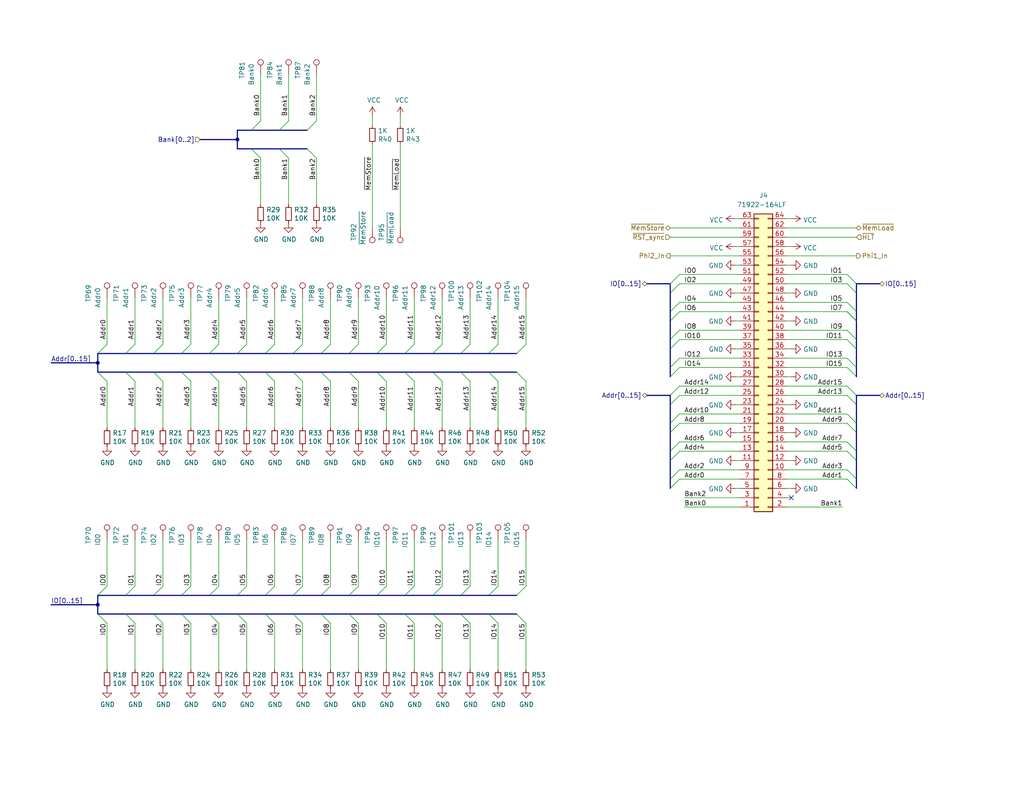
<source format=kicad_sch>
(kicad_sch (version 20250114) (generator "eeschema") (generator_version "9.0")
  (paper "USLetter")
  (title_block (title "System Bus Connector") (date "2023-11-25") (rev "A") (comment 4 "Peripheral devices on separate boards connect to the system bus here."))
  (junction (at 26.67 165.1))
  (junction (at 64.77 38.1))
  (junction (at 26.67 99.06))
  (no_connect (at 215.9 135.89))
  (bus_entry (at 86.36 43.18) (size -2.54 -2.54))
  (bus_entry (at 128.27 160.02) (size -2.54 2.54))
  (bus_entry (at 59.69 160.02) (size -2.54 2.54))
  (bus_entry (at 135.89 170.18) (size -2.54 -2.54))
  (bus_entry (at 185.42 97.79) (size -2.54 2.54))
  (bus_entry (at 231.14 74.93) (size 2.54 2.54))
  (bus_entry (at 71.12 43.18) (size -2.54 -2.54))
  (bus_entry (at 233.68 125.73) (size -2.54 -2.54))
  (bus_entry (at 185.42 105.41) (size -2.54 2.54))
  (bus_entry (at 78.74 33.02) (size -2.54 2.54))
  (bus_entry (at 90.17 93.98) (size -2.54 2.54))
  (bus_entry (at 233.68 115.57) (size -2.54 -2.54))
  (bus_entry (at 185.42 77.47) (size -2.54 2.54))
  (bus_entry (at 185.42 128.27) (size -2.54 2.54))
  (bus_entry (at 82.55 104.14) (size -2.54 -2.54))
  (bus_entry (at 82.55 93.98) (size -2.54 2.54))
  (bus_entry (at 135.89 93.98) (size -2.54 2.54))
  (bus_entry (at 105.41 160.02) (size -2.54 2.54))
  (bus_entry (at 52.07 170.18) (size -2.54 -2.54))
  (bus_entry (at 36.83 104.14) (size -2.54 -2.54))
  (bus_entry (at 90.17 160.02) (size -2.54 2.54))
  (bus_entry (at 29.21 104.14) (size -2.54 -2.54))
  (bus_entry (at 233.68 118.11) (size -2.54 -2.54))
  (bus_entry (at 97.79 104.14) (size -2.54 -2.54))
  (bus_entry (at 78.74 43.18) (size -2.54 -2.54))
  (bus_entry (at 113.03 160.02) (size -2.54 2.54))
  (bus_entry (at 135.89 104.14) (size -2.54 -2.54))
  (bus_entry (at 97.79 170.18) (size -2.54 -2.54))
  (bus_entry (at 231.14 85.09) (size 2.54 2.54))
  (bus_entry (at 52.07 104.14) (size -2.54 -2.54))
  (bus_entry (at 67.31 160.02) (size -2.54 2.54))
  (bus_entry (at 44.45 104.14) (size -2.54 -2.54))
  (bus_entry (at 44.45 93.98) (size -2.54 2.54))
  (bus_entry (at 67.31 93.98) (size -2.54 2.54))
  (bus_entry (at 97.79 93.98) (size -2.54 2.54))
  (bus_entry (at 29.21 93.98) (size -2.54 2.54))
  (bus_entry (at 113.03 170.18) (size -2.54 -2.54))
  (bus_entry (at 44.45 160.02) (size -2.54 2.54))
  (bus_entry (at 185.42 82.55) (size -2.54 2.54))
  (bus_entry (at 128.27 104.14) (size -2.54 -2.54))
  (bus_entry (at 29.21 160.02) (size -2.54 2.54))
  (bus_entry (at 71.12 33.02) (size -2.54 2.54))
  (bus_entry (at 233.68 130.81) (size -2.54 -2.54))
  (bus_entry (at 231.14 85.09) (size 2.54 2.54))
  (bus_entry (at 233.68 110.49) (size -2.54 -2.54))
  (bus_entry (at 36.83 160.02) (size -2.54 2.54))
  (bus_entry (at 231.14 97.79) (size 2.54 2.54))
  (bus_entry (at 185.42 130.81) (size -2.54 2.54))
  (bus_entry (at 74.93 93.98) (size -2.54 2.54))
  (bus_entry (at 185.42 107.95) (size -2.54 2.54))
  (bus_entry (at 143.51 160.02) (size -2.54 2.54))
  (bus_entry (at 59.69 104.14) (size -2.54 -2.54))
  (bus_entry (at 185.42 100.33) (size -2.54 2.54))
  (bus_entry (at 231.14 82.55) (size 2.54 2.54))
  (bus_entry (at 52.07 93.98) (size -2.54 2.54))
  (bus_entry (at 143.51 93.98) (size -2.54 2.54))
  (bus_entry (at 120.65 160.02) (size -2.54 2.54))
  (bus_entry (at 231.14 90.17) (size 2.54 2.54))
  (bus_entry (at 185.42 113.03) (size -2.54 2.54))
  (bus_entry (at 185.42 92.71) (size -2.54 2.54))
  (bus_entry (at 59.69 93.98) (size -2.54 2.54))
  (bus_entry (at 97.79 160.02) (size -2.54 2.54))
  (bus_entry (at 143.51 170.18) (size -2.54 -2.54))
  (bus_entry (at 185.42 120.65) (size -2.54 2.54))
  (bus_entry (at 74.93 104.14) (size -2.54 -2.54))
  (bus_entry (at 90.17 170.18) (size -2.54 -2.54))
  (bus_entry (at 86.36 33.02) (size -2.54 2.54))
  (bus_entry (at 105.41 104.14) (size -2.54 -2.54))
  (bus_entry (at 233.68 133.35) (size -2.54 -2.54))
  (bus_entry (at 82.55 170.18) (size -2.54 -2.54))
  (bus_entry (at 82.55 160.02) (size -2.54 2.54))
  (bus_entry (at 67.31 104.14) (size -2.54 -2.54))
  (bus_entry (at 128.27 170.18) (size -2.54 -2.54))
  (bus_entry (at 59.69 170.18) (size -2.54 -2.54))
  (bus_entry (at 120.65 104.14) (size -2.54 -2.54))
  (bus_entry (at 231.14 100.33) (size 2.54 2.54))
  (bus_entry (at 44.45 170.18) (size -2.54 -2.54))
  (bus_entry (at 233.68 107.95) (size -2.54 -2.54))
  (bus_entry (at 105.41 170.18) (size -2.54 -2.54))
  (bus_entry (at 185.42 90.17) (size -2.54 2.54))
  (bus_entry (at 231.14 77.47) (size 2.54 2.54))
  (bus_entry (at 185.42 123.19) (size -2.54 2.54))
  (bus_entry (at 185.42 115.57) (size -2.54 2.54))
  (bus_entry (at 231.14 92.71) (size 2.54 2.54))
  (bus_entry (at 135.89 160.02) (size -2.54 2.54))
  (bus_entry (at 233.68 123.19) (size -2.54 -2.54))
  (bus_entry (at 52.07 160.02) (size -2.54 2.54))
  (bus_entry (at 67.31 170.18) (size -2.54 -2.54))
  (bus_entry (at 74.93 160.02) (size -2.54 2.54))
  (bus_entry (at 113.03 104.14) (size -2.54 -2.54))
  (bus_entry (at 128.27 93.98) (size -2.54 2.54))
  (bus_entry (at 36.83 170.18) (size -2.54 -2.54))
  (bus_entry (at 90.17 104.14) (size -2.54 -2.54))
  (bus_entry (at 29.21 170.18) (size -2.54 -2.54))
  (bus_entry (at 185.42 85.09) (size -2.54 2.54))
  (bus_entry (at 120.65 93.98) (size -2.54 2.54))
  (bus_entry (at 105.41 93.98) (size -2.54 2.54))
  (bus_entry (at 36.83 93.98) (size -2.54 2.54))
  (bus_entry (at 113.03 93.98) (size -2.54 2.54))
  (bus_entry (at 185.42 74.93) (size -2.54 2.54))
  (bus_entry (at 143.51 104.14) (size -2.54 -2.54))
  (bus_entry (at 120.65 170.18) (size -2.54 -2.54))
  (bus_entry (at 74.93 170.18) (size -2.54 -2.54))
  (bus (pts (xy 102.87 167.64) (xy 110.49 167.64)))
  (bus (pts (xy 57.15 162.56) (xy 64.77 162.56)))
  (bus (pts (xy 110.49 101.6) (xy 118.11 101.6)))
  (wire (pts (xy 185.42 113.03) (xy 201.93 113.03)))
  (bus (pts (xy 233.68 125.73) (xy 233.68 130.81)))
  (wire (pts (xy 215.9 95.25) (xy 214.63 95.25)))
  (bus (pts (xy 182.88 80.01) (xy 182.88 85.09)))
  (wire (pts (xy 214.63 100.33) (xy 231.14 100.33)))
  (wire (pts (xy 113.03 93.98) (xy 113.03 81.28)))
  (wire (pts (xy 214.63 97.79) (xy 231.14 97.79)))
  (bus (pts (xy 182.88 92.71) (xy 182.88 95.25)))
  (wire (pts (xy 231.14 120.65) (xy 214.63 120.65)))
  (bus (pts (xy 54.61 38.1) (xy 64.77 38.1)))
  (wire (pts (xy 59.69 104.14) (xy 59.69 116.84)))
  (bus (pts (xy 26.67 167.64) (xy 34.29 167.64)))
  (wire (pts (xy 229.87 138.43) (xy 214.63 138.43)))
  (bus (pts (xy 87.63 167.64) (xy 95.25 167.64)))
  (bus (pts (xy 133.35 96.52) (xy 140.97 96.52)))
  (bus (pts (xy 68.58 35.56) (xy 64.77 35.56)))
  (wire (pts (xy 97.79 160.02) (xy 97.79 147.32)))
  (bus (pts (xy 182.88 115.57) (xy 182.88 118.11)))
  (bus (pts (xy 233.68 107.95) (xy 233.68 110.49)))
  (bus (pts (xy 64.77 96.52) (xy 72.39 96.52)))
  (wire (pts (xy 71.12 43.18) (xy 71.12 55.88)))
  (bus (pts (xy 26.67 101.6) (xy 26.67 99.06)))
  (wire (pts (xy 135.89 160.02) (xy 135.89 147.32)))
  (bus (pts (xy 118.11 101.6) (xy 125.73 101.6)))
  (wire (pts (xy 101.6 62.23) (xy 101.6 39.37)))
  (wire (pts (xy 185.42 77.47) (xy 201.93 77.47)))
  (wire (pts (xy 113.03 104.14) (xy 113.03 116.84)))
  (bus (pts (xy 233.68 130.81) (xy 233.68 133.35)))
  (bus (pts (xy 64.77 35.56) (xy 64.77 38.1)))
  (wire (pts (xy 233.68 69.85) (xy 214.63 69.85)))
  (wire (pts (xy 90.17 160.02) (xy 90.17 147.32)))
  (wire (pts (xy 200.66 59.69) (xy 201.93 59.69)))
  (bus (pts (xy 233.68 118.11) (xy 233.68 123.19)))
  (wire (pts (xy 97.79 170.18) (xy 97.79 182.88)))
  (bus (pts (xy 80.01 96.52) (xy 87.63 96.52)))
  (wire (pts (xy 82.55 160.02) (xy 82.55 147.32)))
  (bus (pts (xy 80.01 167.64) (xy 87.63 167.64)))
  (bus (pts (xy 182.88 130.81) (xy 182.88 133.35)))
  (wire (pts (xy 215.9 118.11) (xy 214.63 118.11)))
  (wire (pts (xy 90.17 93.98) (xy 90.17 81.28)))
  (wire (pts (xy 105.41 160.02) (xy 105.41 147.32)))
  (bus (pts (xy 64.77 38.1) (xy 64.77 40.64)))
  (bus (pts (xy 41.91 101.6) (xy 49.53 101.6)))
  (bus (pts (xy 41.91 96.52) (xy 49.53 96.52)))
  (bus (pts (xy 49.53 167.64) (xy 57.15 167.64)))
  (wire (pts (xy 185.42 115.57) (xy 201.93 115.57)))
  (bus (pts (xy 49.53 162.56) (xy 57.15 162.56)))
  (bus (pts (xy 240.03 107.95) (xy 233.68 107.95)))
  (wire (pts (xy 185.42 92.71) (xy 201.93 92.71)))
  (wire (pts (xy 128.27 160.02) (xy 128.27 147.32)))
  (wire (pts (xy 90.17 104.14) (xy 90.17 116.84)))
  (wire (pts (xy 200.66 125.73) (xy 201.93 125.73)))
  (bus (pts (xy 76.2 40.64) (xy 83.82 40.64)))
  (wire (pts (xy 200.66 110.49) (xy 201.93 110.49)))
  (wire (pts (xy 185.42 97.79) (xy 201.93 97.79)))
  (wire (pts (xy 185.42 82.55) (xy 201.93 82.55)))
  (bus (pts (xy 26.67 99.06) (xy 26.67 96.52)))
  (wire (pts (xy 185.42 74.93) (xy 201.93 74.93)))
  (bus (pts (xy 240.03 77.47) (xy 233.68 77.47)))
  (bus (pts (xy 182.88 87.63) (xy 182.88 92.71)))
  (wire (pts (xy 120.65 93.98) (xy 120.65 81.28)))
  (wire (pts (xy 29.21 160.02) (xy 29.21 147.32)))
  (bus (pts (xy 80.01 162.56) (xy 87.63 162.56)))
  (bus (pts (xy 233.68 92.71) (xy 233.68 95.25)))
  (wire (pts (xy 74.93 170.18) (xy 74.93 182.88)))
  (wire (pts (xy 29.21 170.18) (xy 29.21 182.88)))
  (bus (pts (xy 182.88 85.09) (xy 182.88 87.63)))
  (bus (pts (xy 182.88 125.73) (xy 182.88 130.81)))
  (bus (pts (xy 102.87 162.56) (xy 110.49 162.56)))
  (wire (pts (xy 97.79 104.14) (xy 97.79 116.84)))
  (wire (pts (xy 52.07 170.18) (xy 52.07 182.88)))
  (bus (pts (xy 176.53 107.95) (xy 182.88 107.95)))
  (bus (pts (xy 95.25 96.52) (xy 102.87 96.52)))
  (bus (pts (xy 57.15 96.52) (xy 64.77 96.52)))
  (bus (pts (xy 125.73 167.64) (xy 133.35 167.64)))
  (wire (pts (xy 44.45 160.02) (xy 44.45 147.32)))
  (wire (pts (xy 182.88 69.85) (xy 201.93 69.85)))
  (wire (pts (xy 128.27 104.14) (xy 128.27 116.84)))
  (wire (pts (xy 231.14 130.81) (xy 214.63 130.81)))
  (wire (pts (xy 201.93 120.65) (xy 185.42 120.65)))
  (wire (pts (xy 200.66 118.11) (xy 201.93 118.11)))
  (wire (pts (xy 44.45 170.18) (xy 44.45 182.88)))
  (wire (pts (xy 200.66 80.01) (xy 201.93 80.01)))
  (bus (pts (xy 64.77 162.56) (xy 72.39 162.56)))
  (bus (pts (xy 233.68 95.25) (xy 233.68 100.33)))
  (wire (pts (xy 67.31 160.02) (xy 67.31 147.32)))
  (wire (pts (xy 214.63 113.03) (xy 231.14 113.03)))
  (wire (pts (xy 52.07 160.02) (xy 52.07 147.32)))
  (wire (pts (xy 82.55 170.18) (xy 82.55 182.88)))
  (bus (pts (xy 118.11 167.64) (xy 125.73 167.64)))
  (bus (pts (xy 182.88 95.25) (xy 182.88 100.33)))
  (wire (pts (xy 143.51 160.02) (xy 143.51 147.32)))
  (bus (pts (xy 13.97 165.1) (xy 26.67 165.1)))
  (wire (pts (xy 215.9 102.87) (xy 214.63 102.87)))
  (bus (pts (xy 233.68 115.57) (xy 233.68 118.11)))
  (bus (pts (xy 57.15 167.64) (xy 64.77 167.64)))
  (wire (pts (xy 215.9 80.01) (xy 214.63 80.01)))
  (wire (pts (xy 214.63 123.19) (xy 231.14 123.19)))
  (wire (pts (xy 200.66 95.25) (xy 201.93 95.25)))
  (bus (pts (xy 26.67 96.52) (xy 34.29 96.52)))
  (bus (pts (xy 34.29 162.56) (xy 41.91 162.56)))
  (bus (pts (xy 233.68 110.49) (xy 233.68 115.57)))
  (bus (pts (xy 176.53 77.47) (xy 182.88 77.47)))
  (bus (pts (xy 125.73 96.52) (xy 133.35 96.52)))
  (wire (pts (xy 231.14 105.41) (xy 214.63 105.41)))
  (wire (pts (xy 113.03 170.18) (xy 113.03 182.88)))
  (wire (pts (xy 36.83 160.02) (xy 36.83 147.32)))
  (wire (pts (xy 185.42 105.41) (xy 201.93 105.41)))
  (wire (pts (xy 214.63 85.09) (xy 231.14 85.09)))
  (wire (pts (xy 200.66 133.35) (xy 201.93 133.35)))
  (bus (pts (xy 26.67 101.6) (xy 34.29 101.6)))
  (wire (pts (xy 231.14 128.27) (xy 214.63 128.27)))
  (bus (pts (xy 95.25 167.64) (xy 102.87 167.64)))
  (wire (pts (xy 214.63 90.17) (xy 231.14 90.17)))
  (wire (pts (xy 120.65 170.18) (xy 120.65 182.88)))
  (bus (pts (xy 182.88 107.95) (xy 182.88 110.49)))
  (bus (pts (xy 76.2 35.56) (xy 68.58 35.56)))
  (wire (pts (xy 231.14 107.95) (xy 214.63 107.95)))
  (wire (pts (xy 59.69 170.18) (xy 59.69 182.88)))
  (wire (pts (xy 185.42 90.17) (xy 201.93 90.17)))
  (wire (pts (xy 67.31 170.18) (xy 67.31 182.88)))
  (bus (pts (xy 72.39 96.52) (xy 80.01 96.52)))
  (bus (pts (xy 110.49 162.56) (xy 118.11 162.56)))
  (bus (pts (xy 110.49 167.64) (xy 118.11 167.64)))
  (wire (pts (xy 78.74 43.18) (xy 78.74 55.88)))
  (wire (pts (xy 214.63 59.69) (xy 215.9 59.69)))
  (bus (pts (xy 87.63 96.52) (xy 95.25 96.52)))
  (wire (pts (xy 231.14 74.93) (xy 214.63 74.93)))
  (wire (pts (xy 105.41 104.14) (xy 105.41 116.84)))
  (wire (pts (xy 82.55 104.14) (xy 82.55 116.84)))
  (wire (pts (xy 74.93 104.14) (xy 74.93 116.84)))
  (wire (pts (xy 200.66 67.31) (xy 201.93 67.31)))
  (wire (pts (xy 185.42 128.27) (xy 201.93 128.27)))
  (bus (pts (xy 49.53 96.52) (xy 57.15 96.52)))
  (bus (pts (xy 13.97 99.06) (xy 26.67 99.06)))
  (wire (pts (xy 182.88 62.23) (xy 201.93 62.23)))
  (bus (pts (xy 83.82 35.56) (xy 76.2 35.56)))
  (wire (pts (xy 215.9 67.31) (xy 214.63 67.31)))
  (bus (pts (xy 233.68 100.33) (xy 233.68 102.87)))
  (wire (pts (xy 36.83 170.18) (xy 36.83 182.88)))
  (wire (pts (xy 214.63 92.71) (xy 231.14 92.71)))
  (bus (pts (xy 34.29 167.64) (xy 41.91 167.64)))
  (wire (pts (xy 135.89 104.14) (xy 135.89 116.84)))
  (wire (pts (xy 143.51 104.14) (xy 143.51 116.84)))
  (bus (pts (xy 72.39 162.56) (xy 80.01 162.56)))
  (wire (pts (xy 200.66 87.63) (xy 201.93 87.63)))
  (wire (pts (xy 215.9 87.63) (xy 214.63 87.63)))
  (wire (pts (xy 59.69 160.02) (xy 59.69 147.32)))
  (bus (pts (xy 26.67 167.64) (xy 26.67 165.1)))
  (bus (pts (xy 118.11 96.52) (xy 125.73 96.52)))
  (wire (pts (xy 201.93 130.81) (xy 185.42 130.81)))
  (bus (pts (xy 233.68 77.47) (xy 233.68 80.01)))
  (wire (pts (xy 82.55 93.98) (xy 82.55 81.28)))
  (bus (pts (xy 118.11 162.56) (xy 125.73 162.56)))
  (bus (pts (xy 182.88 100.33) (xy 182.88 102.87)))
  (wire (pts (xy 71.12 33.02) (xy 71.12 20.32)))
  (wire (pts (xy 101.6 31.75) (xy 101.6 34.29)))
  (bus (pts (xy 133.35 167.64) (xy 140.97 167.64)))
  (wire (pts (xy 36.83 104.14) (xy 36.83 116.84)))
  (bus (pts (xy 34.29 101.6) (xy 41.91 101.6)))
  (wire (pts (xy 97.79 93.98) (xy 97.79 81.28)))
  (wire (pts (xy 143.51 93.98) (xy 143.51 81.28)))
  (bus (pts (xy 72.39 101.6) (xy 80.01 101.6)))
  (wire (pts (xy 128.27 170.18) (xy 128.27 182.88)))
  (wire (pts (xy 128.27 93.98) (xy 128.27 81.28)))
  (bus (pts (xy 34.29 96.52) (xy 41.91 96.52)))
  (wire (pts (xy 109.22 31.75) (xy 109.22 34.29)))
  (wire (pts (xy 201.93 64.77) (xy 182.88 64.77)))
  (bus (pts (xy 102.87 96.52) (xy 110.49 96.52)))
  (wire (pts (xy 215.9 135.89) (xy 214.63 135.89)))
  (wire (pts (xy 113.03 160.02) (xy 113.03 147.32)))
  (bus (pts (xy 64.77 101.6) (xy 72.39 101.6)))
  (bus (pts (xy 182.88 110.49) (xy 182.88 115.57)))
  (bus (pts (xy 87.63 101.6) (xy 95.25 101.6)))
  (bus (pts (xy 133.35 162.56) (xy 140.97 162.56)))
  (wire (pts (xy 67.31 104.14) (xy 67.31 116.84)))
  (wire (pts (xy 120.65 160.02) (xy 120.65 147.32)))
  (wire (pts (xy 233.68 62.23) (xy 214.63 62.23)))
  (bus (pts (xy 125.73 101.6) (xy 133.35 101.6)))
  (wire (pts (xy 44.45 93.98) (xy 44.45 81.28)))
  (wire (pts (xy 215.9 125.73) (xy 214.63 125.73)))
  (bus (pts (xy 110.49 96.52) (xy 118.11 96.52)))
  (wire (pts (xy 200.66 102.87) (xy 201.93 102.87)))
  (wire (pts (xy 185.42 123.19) (xy 201.93 123.19)))
  (bus (pts (xy 41.91 167.64) (xy 49.53 167.64)))
  (wire (pts (xy 201.93 107.95) (xy 185.42 107.95)))
  (bus (pts (xy 233.68 87.63) (xy 233.68 92.71)))
  (bus (pts (xy 49.53 101.6) (xy 57.15 101.6)))
  (bus (pts (xy 72.39 167.64) (xy 80.01 167.64)))
  (bus (pts (xy 57.15 101.6) (xy 64.77 101.6)))
  (wire (pts (xy 74.93 93.98) (xy 74.93 81.28)))
  (bus (pts (xy 233.68 85.09) (xy 233.68 87.63)))
  (bus (pts (xy 233.68 80.01) (xy 233.68 85.09)))
  (bus (pts (xy 26.67 165.1) (xy 26.67 162.56)))
  (wire (pts (xy 86.36 43.18) (xy 86.36 55.88)))
  (wire (pts (xy 231.14 115.57) (xy 214.63 115.57)))
  (bus (pts (xy 102.87 101.6) (xy 110.49 101.6)))
  (bus (pts (xy 64.77 167.64) (xy 72.39 167.64)))
  (wire (pts (xy 135.89 170.18) (xy 135.89 182.88)))
  (bus (pts (xy 133.35 101.6) (xy 140.97 101.6)))
  (bus (pts (xy 80.01 101.6) (xy 87.63 101.6)))
  (wire (pts (xy 143.51 170.18) (xy 143.51 182.88)))
  (bus (pts (xy 95.25 101.6) (xy 102.87 101.6)))
  (wire (pts (xy 36.83 93.98) (xy 36.83 81.28)))
  (wire (pts (xy 215.9 72.39) (xy 214.63 72.39)))
  (wire (pts (xy 185.42 100.33) (xy 201.93 100.33)))
  (wire (pts (xy 214.63 82.55) (xy 231.14 82.55)))
  (wire (pts (xy 44.45 104.14) (xy 44.45 116.84)))
  (bus (pts (xy 41.91 162.56) (xy 49.53 162.56)))
  (wire (pts (xy 109.22 62.23) (xy 109.22 39.37)))
  (wire (pts (xy 231.14 77.47) (xy 214.63 77.47)))
  (wire (pts (xy 105.41 93.98) (xy 105.41 81.28)))
  (wire (pts (xy 120.65 104.14) (xy 120.65 116.84)))
  (wire (pts (xy 135.89 93.98) (xy 135.89 81.28)))
  (wire (pts (xy 67.31 93.98) (xy 67.31 81.28)))
  (bus (pts (xy 26.67 162.56) (xy 34.29 162.56)))
  (wire (pts (xy 29.21 93.98) (xy 29.21 81.28)))
  (wire (pts (xy 52.07 93.98) (xy 52.07 81.28)))
  (wire (pts (xy 233.68 64.77) (xy 214.63 64.77)))
  (wire (pts (xy 105.41 170.18) (xy 105.41 182.88)))
  (bus (pts (xy 182.88 118.11) (xy 182.88 123.19)))
  (wire (pts (xy 86.36 33.02) (xy 86.36 20.32)))
  (wire (pts (xy 185.42 85.09) (xy 201.93 85.09)))
  (wire (pts (xy 90.17 170.18) (xy 90.17 182.88)))
  (bus (pts (xy 95.25 162.56) (xy 102.87 162.56)))
  (bus (pts (xy 87.63 162.56) (xy 95.25 162.56)))
  (bus (pts (xy 68.58 40.64) (xy 76.2 40.64)))
  (bus (pts (xy 125.73 162.56) (xy 133.35 162.56)))
  (wire (pts (xy 52.07 104.14) (xy 52.07 116.84)))
  (wire (pts (xy 215.9 133.35) (xy 214.63 133.35)))
  (wire (pts (xy 29.21 104.14) (xy 29.21 116.84)))
  (wire (pts (xy 215.9 110.49) (xy 214.63 110.49)))
  (wire (pts (xy 78.74 33.02) (xy 78.74 20.32)))
  (wire (pts (xy 186.69 135.89) (xy 201.93 135.89)))
  (wire (pts (xy 59.69 93.98) (xy 59.69 81.28)))
  (bus (pts (xy 182.88 77.47) (xy 182.88 80.01)))
  (bus (pts (xy 182.88 123.19) (xy 182.88 125.73)))
  (bus (pts (xy 233.68 123.19) (xy 233.68 125.73)))
  (wire (pts (xy 200.66 72.39) (xy 201.93 72.39)))
  (wire (pts (xy 74.93 160.02) (xy 74.93 147.32)))
  (bus (pts (xy 64.77 40.64) (xy 68.58 40.64)))
  (wire (pts (xy 186.69 138.43) (xy 201.93 138.43)))
  (label "Addr8" (at 90.17 92.71 90))
  (label "Addr0" (at 29.21 105.41 270))
  (label "Bank0" (at 186.69 138.43 0))
  (label "IO5" (at 67.31 170.18 270))
  (label "Addr10" (at 105.41 105.41 270))
  (label "Addr13" (at 128.27 92.71 90))
  (label "IO11" (at 113.03 160.02 90))
  (label "Bank1" (at 229.87 138.43 180))
  (label "IO0" (at 29.21 170.18 270))
  (label "Addr13" (at 229.87 107.95 180))
  (label "Addr15" (at 143.51 92.71 90))
  (label "IO9" (at 97.79 170.18 270))
  (label "Addr15" (at 143.51 105.41 270))
  (label "Bank0" (at 71.12 43.18 270))
  (label "Bank2" (at 86.36 31.75 90))
  (label "Addr2" (at 44.45 105.41 270))
  (label "Addr5" (at 67.31 105.41 270))
  (label "IO1" (at 36.83 160.02 90))
  (label "Addr13" (at 128.27 105.41 270))
  (label "Addr7" (at 82.55 92.71 90))
  (label "Addr3" (at 52.07 92.71 90))
  (label "Addr10" (at 105.41 92.71 90))
  (label "Addr11" (at 113.03 105.41 270))
  (label "Addr6" (at 74.93 92.71 90))
  (label "IO8" (at 90.17 170.18 270))
  (label "Addr4" (at 186.69 123.19 0))
  (label "IO10" (at 186.69 92.71 0))
  (label "IO6" (at 186.69 85.09 0))
  (label "IO15" (at 143.51 170.18 270))
  (label "IO6" (at 74.93 170.18 270))
  (label "Addr4" (at 59.69 105.41 270))
  (label "Bank2" (at 186.69 135.89 0))
  (label "IO7" (at 82.55 160.02 90))
  (label "Addr14" (at 135.89 105.41 270))
  (label "Addr8" (at 186.69 115.57 0))
  (label "Addr7" (at 229.87 120.65 180))
  (label "IO7" (at 229.87 85.09 180))
  (label "Addr3" (at 52.07 105.41 270))
  (label "Addr7" (at 82.55 105.41 270))
  (label "Addr1" (at 229.87 130.81 180))
  (label "Addr6" (at 74.93 105.41 270))
  (label "IO7" (at 82.55 170.18 270))
  (label "Addr5" (at 229.87 123.19 180))
  (label "IO1" (at 36.83 170.18 270))
  (label "IO0" (at 186.69 74.93 0))
  (label "IO0" (at 29.21 160.02 90))
  (label "Addr15" (at 229.87 105.41 180))
  (label "~{MemStore}" (at 101.6 52.07 90))
  (label "Addr14" (at 186.69 105.41 0))
  (label "Addr9" (at 229.87 115.57 180))
  (label "IO13" (at 128.27 170.18 270))
  (label "IO11" (at 113.03 170.18 270))
  (label "IO5" (at 229.87 82.55 180))
  (label "Addr9" (at 97.79 105.41 270))
  (label "Addr5" (at 67.31 92.71 90))
  (label "IO6" (at 74.93 160.02 90))
  (label "IO9" (at 97.79 160.02 90))
  (label "IO4" (at 59.69 160.02 90))
  (label "IO15" (at 229.87 100.33 180))
  (label "Addr12" (at 186.69 107.95 0))
  (label "IO12" (at 120.65 160.02 90))
  (label "Addr0" (at 186.69 130.81 0))
  (label "IO2" (at 186.69 77.47 0))
  (label "IO9" (at 229.87 90.17 180))
  (label "IO14" (at 135.89 160.02 90))
  (label "IO11" (at 229.87 92.71 180))
  (label "Bank1" (at 78.74 43.18 270))
  (label "Addr2" (at 44.45 92.71 90))
  (label "IO2" (at 44.45 160.02 90))
  (label "IO10" (at 105.41 170.18 270))
  (label "Addr8" (at 90.17 105.41 270))
  (label "Addr6" (at 186.69 120.65 0))
  (label "IO3" (at 52.07 160.02 90))
  (label "Addr12" (at 120.65 92.71 90))
  (label "IO13" (at 229.87 97.79 180))
  (label "Addr4" (at 59.69 92.71 90))
  (label "Addr11" (at 113.03 92.71 90))
  (label "IO10" (at 105.41 160.02 90))
  (label "IO4" (at 186.69 82.55 0))
  (label "IO3" (at 229.87 77.47 180))
  (label "IO8" (at 186.69 90.17 0))
  (label "Addr14" (at 135.89 92.71 90))
  (label "~{MemLoad}" (at 109.22 52.07 90))
  (label "IO14" (at 186.69 100.33 0))
  (label "Bank2" (at 86.36 43.18 270))
  (label "Addr12" (at 120.65 105.41 270))
  (label "Addr[0..15]" (at 13.97 99.06 0))
  (label "IO15" (at 143.51 160.02 90))
  (label "Addr0" (at 29.21 92.71 90))
  (label "IO4" (at 59.69 170.18 270))
  (label "Addr10" (at 186.69 113.03 0))
  (label "IO2" (at 44.45 170.18 270))
  (label "IO8" (at 90.17 160.02 90))
  (label "Bank0" (at 71.12 31.75 90))
  (label "IO14" (at 135.89 170.18 270))
  (label "Addr3" (at 229.87 128.27 180))
  (label "IO12" (at 120.65 170.18 270))
  (label "IO5" (at 67.31 160.02 90))
  (label "IO[0..15]" (at 13.97 165.1 0))
  (label "Addr1" (at 36.83 92.71 90))
  (label "IO3" (at 52.07 170.18 270))
  (label "IO12" (at 186.69 97.79 0))
  (label "Bank1" (at 78.74 31.75 90))
  (label "Addr2" (at 186.69 128.27 0))
  (label "Addr1" (at 36.83 105.41 270))
  (label "Addr11" (at 229.87 113.03 180))
  (label "Addr9" (at 97.79 92.71 90))
  (label "IO1" (at 229.87 74.93 180))
  (label "IO13" (at 128.27 160.02 90))
  (hierarchical_label "~{MemStore}" (shape tri_state) (at 182.88 62.23 180))
  (hierarchical_label "Bank[0..2]" (shape input) (at 54.61 38.1 180))
  (hierarchical_label "~{RST_sync}" (shape input) (at 182.88 64.77 180))
  (hierarchical_label "~{HLT}" (shape input) (at 233.68 64.77 0))
  (hierarchical_label "IO[0..15]" (shape tri_state) (at 240.03 77.47 0))
  (hierarchical_label "Addr[0..15]" (shape tri_state) (at 176.53 107.95 180))
  (hierarchical_label "~{MemLoad}" (shape tri_state) (at 233.68 62.23 0))
  (hierarchical_label "IO[0..15]" (shape tri_state) (at 176.53 77.47 180))
  (hierarchical_label "Addr[0..15]" (shape tri_state) (at 240.03 107.95 0))
  (hierarchical_label "Phi1_In" (shape output) (at 233.68 69.85 0))
  (hierarchical_label "Phi2_In" (shape output) (at 182.88 69.85 180))
  (symbol (lib_id "Connector_Generic:Conn_02x32_Odd_Even") (at 207.01 100.33 0) (mirror x) (unit 1)
    (property "Reference" "J4" (at 209.55 53.34 0) (effects (justify right)))
    (property "Value" "71922-164LF" (at 214.63 55.88 0) (effects (justify right)))
    (property "Footprint" "Connector_IDC:IDC-Header_2x32_P2.54mm_Horizontal" (effects (hide yes)))
    (property "Datasheet" "https://cdn.amphenol-cs.com/media/wysiwyg/files/documentation/datasheet/boardwiretoboard/bwb_quickie.pdf" (effects (hide yes)))
    (property "Manufacturer" "Amphenol FCI" (effects (hide yes)))
    (property "Manufacturer#" "71922-164LF" (effects (hide yes)))
    (property "Mouser#" "649-71922-164LF" (effects (hide yes)))
    (property "Digikey#" "609-5971-ND" (effects (hide yes)))
  )
  (symbol (lib_id "power:GND") (at 215.9 133.35 90) (mirror x) (unit 1)
    (property "Reference" "#PWR0445" (effects (hide yes)))
    (property "Value" "GND" (at 219.1512 133.477 90) (effects (justify right)))
  )
  (symbol (lib_id "power:GND") (at 215.9 80.01 90) (mirror x) (unit 1)
    (property "Reference" "#PWR0438" (effects (hide yes)))
    (property "Value" "GND" (at 219.1512 80.137 90) (effects (justify right)))
  )
  (symbol (lib_id "power:GND") (at 200.66 80.01 270) (unit 1)
    (property "Reference" "#PWR0427" (effects (hide yes)))
    (property "Value" "GND" (at 197.4088 80.137 90) (effects (justify right)))
  )
  (symbol (lib_id "power:VCC") (at 215.9 59.69 270) (unit 1)
    (property "Reference" "#PWR0435" (effects (hide yes)))
    (property "Value" "VCC" (at 219.1512 60.071 90) (effects (justify left)))
  )
  (symbol (lib_id "power:VCC") (at 200.66 59.69 90) (mirror x) (unit 1)
    (property "Reference" "#PWR0424" (effects (hide yes)))
    (property "Value" "VCC" (at 197.4342 60.071 90) (effects (justify left)))
  )
  (symbol (lib_id "power:GND") (at 71.12 60.96 0) (unit 1)
    (property "Reference" "#PWR0399" (effects (hide yes)))
    (property "Value" "GND" (at 71.247 65.3542 0))
  )
  (symbol (lib_id "power:GND") (at 78.74 60.96 0) (unit 1)
    (property "Reference" "#PWR0402" (effects (hide yes)))
    (property "Value" "GND" (at 78.867 65.3542 0))
  )
  (symbol (lib_id "power:GND") (at 86.36 60.96 0) (unit 1)
    (property "Reference" "#PWR0405" (effects (hide yes)))
    (property "Value" "GND" (at 86.487 65.3542 0))
  )
  (symbol (lib_id "Device:R_Small") (at 71.12 58.42 0) (unit 1)
    (property "Reference" "R29" (at 72.6186 57.2516 0) (effects (justify left)))
    (property "Value" "10K" (at 72.6186 59.563 0) (effects (justify left)))
    (property "Footprint" "Resistor_SMD:R_0603_1608Metric" (effects (hide yes)))
    (property "Datasheet" "https://www.mouser.com/datasheet/2/54/cr-1858361.pdf" (effects (hide yes)))
    (property "Manufacturer" "Bourns" (effects (hide yes)))
    (property "Manufacturer#" "CR0603-FX-1002ELF" (effects (hide yes)))
    (property "Mouser#" "652-CR0603FX-1002ELF" (effects (hide yes)))
    (property "Digikey#" "CR0603-FX-1002ELFCT-N" (effects (hide yes)))
  )
  (symbol (lib_id "Device:R_Small") (at 78.74 58.42 0) (unit 1)
    (property "Reference" "R32" (at 80.2386 57.2516 0) (effects (justify left)))
    (property "Value" "10K" (at 80.2386 59.563 0) (effects (justify left)))
    (property "Footprint" "Resistor_SMD:R_0603_1608Metric" (effects (hide yes)))
    (property "Datasheet" "https://www.mouser.com/datasheet/2/54/cr-1858361.pdf" (effects (hide yes)))
    (property "Manufacturer" "Bourns" (effects (hide yes)))
    (property "Manufacturer#" "CR0603-FX-1002ELF" (effects (hide yes)))
    (property "Mouser#" "652-CR0603FX-1002ELF" (effects (hide yes)))
    (property "Digikey#" "CR0603-FX-1002ELFCT-N" (effects (hide yes)))
  )
  (symbol (lib_id "Device:R_Small") (at 86.36 58.42 0) (unit 1)
    (property "Reference" "R35" (at 87.8586 57.2516 0) (effects (justify left)))
    (property "Value" "10K" (at 87.8586 59.563 0) (effects (justify left)))
    (property "Footprint" "Resistor_SMD:R_0603_1608Metric" (effects (hide yes)))
    (property "Datasheet" "https://www.mouser.com/datasheet/2/54/cr-1858361.pdf" (effects (hide yes)))
    (property "Manufacturer" "Bourns" (effects (hide yes)))
    (property "Manufacturer#" "CR0603-FX-1002ELF" (effects (hide yes)))
    (property "Mouser#" "652-CR0603FX-1002ELF" (effects (hide yes)))
    (property "Digikey#" "CR0603-FX-1002ELFCT-N" (effects (hide yes)))
  )
  (symbol (lib_id "power:GND") (at 200.66 118.11 270) (unit 1)
    (property "Reference" "#PWR0432" (effects (hide yes)))
    (property "Value" "GND" (at 197.4088 118.237 90) (effects (justify right)))
  )
  (symbol (lib_id "power:GND") (at 200.66 133.35 270) (unit 1)
    (property "Reference" "#PWR0434" (effects (hide yes)))
    (property "Value" "GND" (at 197.4088 133.477 90) (effects (justify right)))
  )
  (symbol (lib_id "power:GND") (at 200.66 110.49 270) (unit 1)
    (property "Reference" "#PWR0431" (effects (hide yes)))
    (property "Value" "GND" (at 197.4088 110.617 90) (effects (justify right)))
  )
  (symbol (lib_id "power:GND") (at 215.9 87.63 90) (mirror x) (unit 1)
    (property "Reference" "#PWR0439" (effects (hide yes)))
    (property "Value" "GND" (at 219.1512 87.757 90) (effects (justify right)))
  )
  (symbol (lib_id "power:GND") (at 200.66 87.63 270) (unit 1)
    (property "Reference" "#PWR0428" (effects (hide yes)))
    (property "Value" "GND" (at 197.4088 87.757 90) (effects (justify right)))
  )
  (symbol (lib_id "power:GND") (at 200.66 125.73 270) (unit 1)
    (property "Reference" "#PWR0433" (effects (hide yes)))
    (property "Value" "GND" (at 197.4088 125.857 90) (effects (justify right)))
  )
  (symbol (lib_id "power:GND") (at 215.9 110.49 90) (mirror x) (unit 1)
    (property "Reference" "#PWR0442" (effects (hide yes)))
    (property "Value" "GND" (at 219.1512 110.617 90) (effects (justify right)))
  )
  (symbol (lib_id "power:GND") (at 215.9 118.11 90) (mirror x) (unit 1)
    (property "Reference" "#PWR0443" (effects (hide yes)))
    (property "Value" "GND" (at 219.1512 118.237 90) (effects (justify right)))
  )
  (symbol (lib_id "power:GND") (at 215.9 125.73 90) (mirror x) (unit 1)
    (property "Reference" "#PWR0444" (effects (hide yes)))
    (property "Value" "GND" (at 219.1512 125.857 90) (effects (justify right)))
  )
  (symbol (lib_id "power:GND") (at 200.66 72.39 270) (unit 1)
    (property "Reference" "#PWR0426" (effects (hide yes)))
    (property "Value" "GND" (at 197.4088 72.517 90) (effects (justify right)))
  )
  (symbol (lib_id "power:GND") (at 215.9 72.39 90) (mirror x) (unit 1)
    (property "Reference" "#PWR0437" (effects (hide yes)))
    (property "Value" "GND" (at 219.1512 72.517 90) (effects (justify right)))
  )
  (symbol (lib_id "power:GND") (at 200.66 95.25 270) (unit 1)
    (property "Reference" "#PWR0429" (effects (hide yes)))
    (property "Value" "GND" (at 197.4088 95.377 90) (effects (justify right)))
  )
  (symbol (lib_id "power:GND") (at 200.66 102.87 270) (unit 1)
    (property "Reference" "#PWR0430" (effects (hide yes)))
    (property "Value" "GND" (at 197.4088 102.997 90) (effects (justify right)))
  )
  (symbol (lib_id "power:GND") (at 215.9 95.25 90) (mirror x) (unit 1)
    (property "Reference" "#PWR0440" (effects (hide yes)))
    (property "Value" "GND" (at 219.1512 95.377 90) (effects (justify right)))
  )
  (symbol (lib_id "power:GND") (at 215.9 102.87 90) (mirror x) (unit 1)
    (property "Reference" "#PWR0441" (effects (hide yes)))
    (property "Value" "GND" (at 219.1512 102.997 90) (effects (justify right)))
  )
  (symbol (lib_id "power:GND") (at 36.83 187.96 0) (unit 1)
    (property "Reference" "#PWR0390" (effects (hide yes)))
    (property "Value" "GND" (at 36.957 192.3542 0))
  )
  (symbol (lib_id "Device:R_Small") (at 44.45 119.38 0) (unit 1)
    (property "Reference" "R21" (at 45.9486 118.2116 0) (effects (justify left)))
    (property "Value" "10K" (at 45.9486 120.523 0) (effects (justify left)))
    (property "Footprint" "Resistor_SMD:R_0603_1608Metric" (effects (hide yes)))
    (property "Datasheet" "https://www.mouser.com/datasheet/2/54/cr-1858361.pdf" (effects (hide yes)))
    (property "Manufacturer" "Bourns" (effects (hide yes)))
    (property "Manufacturer#" "CR0603-FX-1002ELF" (effects (hide yes)))
    (property "Mouser#" "652-CR0603FX-1002ELF" (effects (hide yes)))
    (property "Digikey#" "CR0603-FX-1002ELFCT-N" (effects (hide yes)))
  )
  (symbol (lib_id "Connector:TestPoint") (at 135.89 81.28 0) (unit 1) (in_bom no)
    (property "Reference" "TP102" (at 130.81 82.55 90) (effects (justify left)))
    (property "Value" "Addr14" (at 133.35 81.28 90))
    (property "Footprint" "TestPoint:TestPoint_Pad_D1.0mm" (effects (hide yes)))
  )
  (symbol (lib_id "Device:R_Small") (at 113.03 185.42 0) (unit 1)
    (property "Reference" "R45" (at 114.5286 184.2516 0) (effects (justify left)))
    (property "Value" "10K" (at 114.5286 186.563 0) (effects (justify left)))
    (property "Footprint" "Resistor_SMD:R_0603_1608Metric" (effects (hide yes)))
    (property "Datasheet" "https://www.mouser.com/datasheet/2/54/cr-1858361.pdf" (effects (hide yes)))
    (property "Manufacturer" "Bourns" (effects (hide yes)))
    (property "Manufacturer#" "CR0603-FX-1002ELF" (effects (hide yes)))
    (property "Mouser#" "652-CR0603FX-1002ELF" (effects (hide yes)))
    (property "Digikey#" "CR0603-FX-1002ELFCT-N" (effects (hide yes)))
  )
  (symbol (lib_id "power:GND") (at 97.79 187.96 0) (unit 1)
    (property "Reference" "#PWR0409" (effects (hide yes)))
    (property "Value" "GND" (at 97.917 192.3542 0))
  )
  (symbol (lib_id "Connector:TestPoint") (at 74.93 147.32 0) (unit 1) (in_bom no)
    (property "Reference" "TP83" (at 69.85 148.59 90) (effects (justify left)))
    (property "Value" "IO6" (at 72.39 147.32 90))
    (property "Footprint" "TestPoint:TestPoint_Pad_D1.0mm" (effects (hide yes)))
  )
  (symbol (lib_id "Connector:TestPoint") (at 52.07 147.32 0) (unit 1) (in_bom no)
    (property "Reference" "TP76" (at 46.99 148.59 90) (effects (justify left)))
    (property "Value" "IO3" (at 49.53 147.32 90))
    (property "Footprint" "TestPoint:TestPoint_Pad_D1.0mm" (effects (hide yes)))
  )
  (symbol (lib_id "power:GND") (at 120.65 187.96 0) (unit 1)
    (property "Reference" "#PWR0417" (effects (hide yes)))
    (property "Value" "GND" (at 120.777 192.3542 0))
  )
  (symbol (lib_id "Device:R_Small") (at 59.69 185.42 0) (unit 1)
    (property "Reference" "R26" (at 61.1886 184.2516 0) (effects (justify left)))
    (property "Value" "10K" (at 61.1886 186.563 0) (effects (justify left)))
    (property "Footprint" "Resistor_SMD:R_0603_1608Metric" (effects (hide yes)))
    (property "Datasheet" "https://www.mouser.com/datasheet/2/54/cr-1858361.pdf" (effects (hide yes)))
    (property "Manufacturer" "Bourns" (effects (hide yes)))
    (property "Manufacturer#" "CR0603-FX-1002ELF" (effects (hide yes)))
    (property "Mouser#" "652-CR0603FX-1002ELF" (effects (hide yes)))
    (property "Digikey#" "CR0603-FX-1002ELFCT-N" (effects (hide yes)))
  )
  (symbol (lib_id "Connector:TestPoint") (at 128.27 81.28 0) (unit 1) (in_bom no)
    (property "Reference" "TP100" (at 123.19 82.55 90) (effects (justify left)))
    (property "Value" "Addr13" (at 125.73 81.28 90))
    (property "Footprint" "TestPoint:TestPoint_Pad_D1.0mm" (effects (hide yes)))
  )
  (symbol (lib_id "Connector:TestPoint") (at 113.03 147.32 0) (unit 1) (in_bom no)
    (property "Reference" "TP97" (at 107.95 148.59 90) (effects (justify left)))
    (property "Value" "IO11" (at 110.49 147.32 90))
    (property "Footprint" "TestPoint:TestPoint_Pad_D1.0mm" (effects (hide yes)))
  )
  (symbol (lib_id "Connector:TestPoint") (at 101.6 62.23 0) (mirror x) (unit 1) (in_bom no)
    (property "Reference" "TP92" (at 96.52 60.96 90) (effects (justify left)))
    (property "Value" "~{MemStore}" (at 99.06 62.23 90))
    (property "Footprint" "TestPoint:TestPoint_Pad_D1.0mm" (effects (hide yes)))
  )
  (symbol (lib_id "power:GND") (at 105.41 121.92 0) (unit 1)
    (property "Reference" "#PWR0411" (effects (hide yes)))
    (property "Value" "GND" (at 105.537 126.3142 0))
  )
  (symbol (lib_id "power:GND") (at 82.55 187.96 0) (unit 1)
    (property "Reference" "#PWR0404" (effects (hide yes)))
    (property "Value" "GND" (at 82.677 192.3542 0))
  )
  (symbol (lib_id "power:GND") (at 29.21 187.96 0) (unit 1)
    (property "Reference" "#PWR0388" (effects (hide yes)))
    (property "Value" "GND" (at 29.337 192.3542 0))
  )
  (symbol (lib_id "power:VCC") (at 109.22 31.75 0) (unit 1)
    (property "Reference" "#PWR0413" (effects (hide yes)))
    (property "Value" "VCC" (at 109.6518 27.3558 0))
  )
  (symbol (lib_id "Connector:TestPoint") (at 97.79 81.28 0) (unit 1) (in_bom no)
    (property "Reference" "TP90" (at 92.71 82.55 90) (effects (justify left)))
    (property "Value" "Addr9" (at 95.25 81.28 90))
    (property "Footprint" "TestPoint:TestPoint_Pad_D1.0mm" (effects (hide yes)))
  )
  (symbol (lib_id "power:GND") (at 67.31 121.92 0) (unit 1)
    (property "Reference" "#PWR0397" (effects (hide yes)))
    (property "Value" "GND" (at 67.437 126.3142 0))
  )
  (symbol (lib_id "Connector:TestPoint") (at 78.74 20.32 0) (unit 1) (in_bom no)
    (property "Reference" "TP84" (at 73.66 21.59 90) (effects (justify left)))
    (property "Value" "Bank1" (at 76.2 20.32 90))
    (property "Footprint" "TestPoint:TestPoint_Pad_D1.0mm" (effects (hide yes)))
  )
  (symbol (lib_id "Connector:TestPoint") (at 120.65 147.32 0) (unit 1) (in_bom no)
    (property "Reference" "TP99" (at 115.57 148.59 90) (effects (justify left)))
    (property "Value" "IO12" (at 118.11 147.32 90))
    (property "Footprint" "TestPoint:TestPoint_Pad_D1.0mm" (effects (hide yes)))
  )
  (symbol (lib_id "Connector:TestPoint") (at 59.69 81.28 0) (unit 1) (in_bom no)
    (property "Reference" "TP77" (at 54.61 82.55 90) (effects (justify left)))
    (property "Value" "Addr4" (at 57.15 81.28 90))
    (property "Footprint" "TestPoint:TestPoint_Pad_D1.0mm" (effects (hide yes)))
  )
  (symbol (lib_id "power:GND") (at 44.45 121.92 0) (unit 1)
    (property "Reference" "#PWR0391" (effects (hide yes)))
    (property "Value" "GND" (at 44.577 126.3142 0))
  )
  (symbol (lib_id "Device:R_Small") (at 105.41 119.38 0) (unit 1)
    (property "Reference" "R41" (at 106.9086 118.2116 0) (effects (justify left)))
    (property "Value" "10K" (at 106.9086 120.523 0) (effects (justify left)))
    (property "Footprint" "Resistor_SMD:R_0603_1608Metric" (effects (hide yes)))
    (property "Datasheet" "https://www.mouser.com/datasheet/2/54/cr-1858361.pdf" (effects (hide yes)))
    (property "Manufacturer" "Bourns" (effects (hide yes)))
    (property "Manufacturer#" "CR0603-FX-1002ELF" (effects (hide yes)))
    (property "Mouser#" "652-CR0603FX-1002ELF" (effects (hide yes)))
    (property "Digikey#" "CR0603-FX-1002ELFCT-N" (effects (hide yes)))
  )
  (symbol (lib_id "power:GND") (at 113.03 121.92 0) (unit 1)
    (property "Reference" "#PWR0414" (effects (hide yes)))
    (property "Value" "GND" (at 113.157 126.3142 0))
  )
  (symbol (lib_id "Connector:TestPoint") (at 90.17 81.28 0) (unit 1) (in_bom no)
    (property "Reference" "TP88" (at 85.09 82.55 90) (effects (justify left)))
    (property "Value" "Addr8" (at 87.63 81.28 90))
    (property "Footprint" "TestPoint:TestPoint_Pad_D1.0mm" (effects (hide yes)))
  )
  (symbol (lib_id "power:VCC") (at 215.9 67.31 270) (unit 1)
    (property "Reference" "#PWR0436" (effects (hide yes)))
    (property "Value" "VCC" (at 219.1512 67.691 90) (effects (justify left)))
  )
  (symbol (lib_id "Device:R_Small") (at 44.45 185.42 0) (unit 1)
    (property "Reference" "R22" (at 45.9486 184.2516 0) (effects (justify left)))
    (property "Value" "10K" (at 45.9486 186.563 0) (effects (justify left)))
    (property "Footprint" "Resistor_SMD:R_0603_1608Metric" (effects (hide yes)))
    (property "Datasheet" "https://www.mouser.com/datasheet/2/54/cr-1858361.pdf" (effects (hide yes)))
    (property "Manufacturer" "Bourns" (effects (hide yes)))
    (property "Manufacturer#" "CR0603-FX-1002ELF" (effects (hide yes)))
    (property "Mouser#" "652-CR0603FX-1002ELF" (effects (hide yes)))
    (property "Digikey#" "CR0603-FX-1002ELFCT-N" (effects (hide yes)))
  )
  (symbol (lib_id "Device:R_Small") (at 128.27 185.42 0) (unit 1)
    (property "Reference" "R49" (at 129.7686 184.2516 0) (effects (justify left)))
    (property "Value" "10K" (at 129.7686 186.563 0) (effects (justify left)))
    (property "Footprint" "Resistor_SMD:R_0603_1608Metric" (effects (hide yes)))
    (property "Datasheet" "https://www.mouser.com/datasheet/2/54/cr-1858361.pdf" (effects (hide yes)))
    (property "Manufacturer" "Bourns" (effects (hide yes)))
    (property "Manufacturer#" "CR0603-FX-1002ELF" (effects (hide yes)))
    (property "Mouser#" "652-CR0603FX-1002ELF" (effects (hide yes)))
    (property "Digikey#" "CR0603-FX-1002ELFCT-N" (effects (hide yes)))
  )
  (symbol (lib_id "power:GND") (at 128.27 121.92 0) (unit 1)
    (property "Reference" "#PWR0418" (effects (hide yes)))
    (property "Value" "GND" (at 128.397 126.3142 0))
  )
  (symbol (lib_id "power:GND") (at 67.31 187.96 0) (unit 1)
    (property "Reference" "#PWR0398" (effects (hide yes)))
    (property "Value" "GND" (at 67.437 192.3542 0))
  )
  (symbol (lib_id "Device:R_Small") (at 59.69 119.38 0) (unit 1)
    (property "Reference" "R25" (at 61.1886 118.2116 0) (effects (justify left)))
    (property "Value" "10K" (at 61.1886 120.523 0) (effects (justify left)))
    (property "Footprint" "Resistor_SMD:R_0603_1608Metric" (effects (hide yes)))
    (property "Datasheet" "https://www.mouser.com/datasheet/2/54/cr-1858361.pdf" (effects (hide yes)))
    (property "Manufacturer" "Bourns" (effects (hide yes)))
    (property "Manufacturer#" "CR0603-FX-1002ELF" (effects (hide yes)))
    (property "Mouser#" "652-CR0603FX-1002ELF" (effects (hide yes)))
    (property "Digikey#" "CR0603-FX-1002ELFCT-N" (effects (hide yes)))
  )
  (symbol (lib_id "Connector:TestPoint") (at 52.07 81.28 0) (unit 1) (in_bom no)
    (property "Reference" "TP75" (at 46.99 82.55 90) (effects (justify left)))
    (property "Value" "Addr3" (at 49.53 81.28 90))
    (property "Footprint" "TestPoint:TestPoint_Pad_D1.0mm" (effects (hide yes)))
  )
  (symbol (lib_id "Connector:TestPoint") (at 86.36 20.32 0) (unit 1) (in_bom no)
    (property "Reference" "TP87" (at 81.28 21.59 90) (effects (justify left)))
    (property "Value" "Bank2" (at 83.82 20.32 90))
    (property "Footprint" "TestPoint:TestPoint_Pad_D1.0mm" (effects (hide yes)))
  )
  (symbol (lib_id "Device:R_Small") (at 90.17 119.38 0) (unit 1)
    (property "Reference" "R36" (at 91.6686 118.2116 0) (effects (justify left)))
    (property "Value" "10K" (at 91.6686 120.523 0) (effects (justify left)))
    (property "Footprint" "Resistor_SMD:R_0603_1608Metric" (effects (hide yes)))
    (property "Datasheet" "https://www.mouser.com/datasheet/2/54/cr-1858361.pdf" (effects (hide yes)))
    (property "Manufacturer" "Bourns" (effects (hide yes)))
    (property "Manufacturer#" "CR0603-FX-1002ELF" (effects (hide yes)))
    (property "Mouser#" "652-CR0603FX-1002ELF" (effects (hide yes)))
    (property "Digikey#" "CR0603-FX-1002ELFCT-N" (effects (hide yes)))
  )
  (symbol (lib_id "power:GND") (at 143.51 121.92 0) (unit 1)
    (property "Reference" "#PWR0422" (effects (hide yes)))
    (property "Value" "GND" (at 143.637 126.3142 0))
  )
  (symbol (lib_id "Device:R_Small") (at 97.79 185.42 0) (unit 1)
    (property "Reference" "R39" (at 99.2886 184.2516 0) (effects (justify left)))
    (property "Value" "10K" (at 99.2886 186.563 0) (effects (justify left)))
    (property "Footprint" "Resistor_SMD:R_0603_1608Metric" (effects (hide yes)))
    (property "Datasheet" "https://www.mouser.com/datasheet/2/54/cr-1858361.pdf" (effects (hide yes)))
    (property "Manufacturer" "Bourns" (effects (hide yes)))
    (property "Manufacturer#" "CR0603-FX-1002ELF" (effects (hide yes)))
    (property "Mouser#" "652-CR0603FX-1002ELF" (effects (hide yes)))
    (property "Digikey#" "CR0603-FX-1002ELFCT-N" (effects (hide yes)))
  )
  (symbol (lib_id "Connector:TestPoint") (at 36.83 147.32 0) (unit 1) (in_bom no)
    (property "Reference" "TP72" (at 31.75 148.59 90) (effects (justify left)))
    (property "Value" "IO1" (at 34.29 147.32 90))
    (property "Footprint" "TestPoint:TestPoint_Pad_D1.0mm" (effects (hide yes)))
  )
  (symbol (lib_id "Connector:TestPoint") (at 44.45 147.32 0) (unit 1) (in_bom no)
    (property "Reference" "TP74" (at 39.37 148.59 90) (effects (justify left)))
    (property "Value" "IO2" (at 41.91 147.32 90))
    (property "Footprint" "TestPoint:TestPoint_Pad_D1.0mm" (effects (hide yes)))
  )
  (symbol (lib_id "power:GND") (at 120.65 121.92 0) (unit 1)
    (property "Reference" "#PWR0416" (effects (hide yes)))
    (property "Value" "GND" (at 120.777 126.3142 0))
  )
  (symbol (lib_id "Connector:TestPoint") (at 128.27 147.32 0) (unit 1) (in_bom no)
    (property "Reference" "TP101" (at 123.19 148.59 90) (effects (justify left)))
    (property "Value" "IO13" (at 125.73 147.32 90))
    (property "Footprint" "TestPoint:TestPoint_Pad_D1.0mm" (effects (hide yes)))
  )
  (symbol (lib_id "Connector:TestPoint") (at 82.55 81.28 0) (unit 1) (in_bom no)
    (property "Reference" "TP85" (at 77.47 82.55 90) (effects (justify left)))
    (property "Value" "Addr7" (at 80.01 81.28 90))
    (property "Footprint" "TestPoint:TestPoint_Pad_D1.0mm" (effects (hide yes)))
  )
  (symbol (lib_id "Connector:TestPoint") (at 109.22 62.23 0) (mirror x) (unit 1) (in_bom no)
    (property "Reference" "TP95" (at 104.14 60.96 90) (effects (justify left)))
    (property "Value" "~{MemLoad}" (at 106.68 62.23 90))
    (property "Footprint" "TestPoint:TestPoint_Pad_D1.0mm" (effects (hide yes)))
  )
  (symbol (lib_id "Connector:TestPoint") (at 143.51 147.32 0) (unit 1) (in_bom no)
    (property "Reference" "TP105" (at 138.43 148.59 90) (effects (justify left)))
    (property "Value" "IO15" (at 140.97 147.32 90))
    (property "Footprint" "TestPoint:TestPoint_Pad_D1.0mm" (effects (hide yes)))
  )
  (symbol (lib_id "Device:R_Small") (at 74.93 119.38 0) (unit 1)
    (property "Reference" "R30" (at 76.4286 118.2116 0) (effects (justify left)))
    (property "Value" "10K" (at 76.4286 120.523 0) (effects (justify left)))
    (property "Footprint" "Resistor_SMD:R_0603_1608Metric" (effects (hide yes)))
    (property "Datasheet" "https://www.mouser.com/datasheet/2/54/cr-1858361.pdf" (effects (hide yes)))
    (property "Manufacturer" "Bourns" (effects (hide yes)))
    (property "Manufacturer#" "CR0603-FX-1002ELF" (effects (hide yes)))
    (property "Mouser#" "652-CR0603FX-1002ELF" (effects (hide yes)))
    (property "Digikey#" "CR0603-FX-1002ELFCT-N" (effects (hide yes)))
  )
  (symbol (lib_id "Device:R_Small") (at 113.03 119.38 0) (unit 1)
    (property "Reference" "R44" (at 114.5286 118.2116 0) (effects (justify left)))
    (property "Value" "10K" (at 114.5286 120.523 0) (effects (justify left)))
    (property "Footprint" "Resistor_SMD:R_0603_1608Metric" (effects (hide yes)))
    (property "Datasheet" "https://www.mouser.com/datasheet/2/54/cr-1858361.pdf" (effects (hide yes)))
    (property "Manufacturer" "Bourns" (effects (hide yes)))
    (property "Manufacturer#" "CR0603-FX-1002ELF" (effects (hide yes)))
    (property "Mouser#" "652-CR0603FX-1002ELF" (effects (hide yes)))
    (property "Digikey#" "CR0603-FX-1002ELFCT-N" (effects (hide yes)))
  )
  (symbol (lib_id "power:GND") (at 113.03 187.96 0) (unit 1)
    (property "Reference" "#PWR0415" (effects (hide yes)))
    (property "Value" "GND" (at 113.157 192.3542 0))
  )
  (symbol (lib_id "Connector:TestPoint") (at 113.03 81.28 0) (unit 1) (in_bom no)
    (property "Reference" "TP96" (at 107.95 82.55 90) (effects (justify left)))
    (property "Value" "Addr11" (at 110.49 81.28 90))
    (property "Footprint" "TestPoint:TestPoint_Pad_D1.0mm" (effects (hide yes)))
  )
  (symbol (lib_id "Device:R_Small") (at 74.93 185.42 0) (unit 1)
    (property "Reference" "R31" (at 76.4286 184.2516 0) (effects (justify left)))
    (property "Value" "10K" (at 76.4286 186.563 0) (effects (justify left)))
    (property "Footprint" "Resistor_SMD:R_0603_1608Metric" (effects (hide yes)))
    (property "Datasheet" "https://www.mouser.com/datasheet/2/54/cr-1858361.pdf" (effects (hide yes)))
    (property "Manufacturer" "Bourns" (effects (hide yes)))
    (property "Manufacturer#" "CR0603-FX-1002ELF" (effects (hide yes)))
    (property "Mouser#" "652-CR0603FX-1002ELF" (effects (hide yes)))
    (property "Digikey#" "CR0603-FX-1002ELFCT-N" (effects (hide yes)))
  )
  (symbol (lib_id "Device:R_Small") (at 135.89 185.42 0) (unit 1)
    (property "Reference" "R51" (at 137.3886 184.2516 0) (effects (justify left)))
    (property "Value" "10K" (at 137.3886 186.563 0) (effects (justify left)))
    (property "Footprint" "Resistor_SMD:R_0603_1608Metric" (effects (hide yes)))
    (property "Datasheet" "https://www.mouser.com/datasheet/2/54/cr-1858361.pdf" (effects (hide yes)))
    (property "Manufacturer" "Bourns" (effects (hide yes)))
    (property "Manufacturer#" "CR0603-FX-1002ELF" (effects (hide yes)))
    (property "Mouser#" "652-CR0603FX-1002ELF" (effects (hide yes)))
    (property "Digikey#" "CR0603-FX-1002ELFCT-N" (effects (hide yes)))
  )
  (symbol (lib_id "Connector:TestPoint") (at 29.21 147.32 0) (unit 1) (in_bom no)
    (property "Reference" "TP70" (at 24.13 148.59 90) (effects (justify left)))
    (property "Value" "IO0" (at 26.67 147.32 90))
    (property "Footprint" "TestPoint:TestPoint_Pad_D1.0mm" (effects (hide yes)))
  )
  (symbol (lib_id "Connector:TestPoint") (at 97.79 147.32 0) (unit 1) (in_bom no)
    (property "Reference" "TP91" (at 92.71 148.59 90) (effects (justify left)))
    (property "Value" "IO9" (at 95.25 147.32 90))
    (property "Footprint" "TestPoint:TestPoint_Pad_D1.0mm" (effects (hide yes)))
  )
  (symbol (lib_id "Connector:TestPoint") (at 105.41 81.28 0) (unit 1) (in_bom no)
    (property "Reference" "TP93" (at 100.33 82.55 90) (effects (justify left)))
    (property "Value" "Addr10" (at 102.87 81.28 90))
    (property "Footprint" "TestPoint:TestPoint_Pad_D1.0mm" (effects (hide yes)))
  )
  (symbol (lib_id "power:GND") (at 74.93 121.92 0) (unit 1)
    (property "Reference" "#PWR0400" (effects (hide yes)))
    (property "Value" "GND" (at 75.057 126.3142 0))
  )
  (symbol (lib_id "power:GND") (at 82.55 121.92 0) (unit 1)
    (property "Reference" "#PWR0403" (effects (hide yes)))
    (property "Value" "GND" (at 82.677 126.3142 0))
  )
  (symbol (lib_id "Device:R_Small") (at 82.55 119.38 0) (unit 1)
    (property "Reference" "R33" (at 84.0486 118.2116 0) (effects (justify left)))
    (property "Value" "10K" (at 84.0486 120.523 0) (effects (justify left)))
    (property "Footprint" "Resistor_SMD:R_0603_1608Metric" (effects (hide yes)))
    (property "Datasheet" "https://www.mouser.com/datasheet/2/54/cr-1858361.pdf" (effects (hide yes)))
    (property "Manufacturer" "Bourns" (effects (hide yes)))
    (property "Manufacturer#" "CR0603-FX-1002ELF" (effects (hide yes)))
    (property "Mouser#" "652-CR0603FX-1002ELF" (effects (hide yes)))
    (property "Digikey#" "CR0603-FX-1002ELFCT-N" (effects (hide yes)))
  )
  (symbol (lib_id "Connector:TestPoint") (at 74.93 81.28 0) (unit 1) (in_bom no)
    (property "Reference" "TP82" (at 69.85 82.55 90) (effects (justify left)))
    (property "Value" "Addr6" (at 72.39 81.28 90))
    (property "Footprint" "TestPoint:TestPoint_Pad_D1.0mm" (effects (hide yes)))
  )
  (symbol (lib_id "Device:R_Small") (at 29.21 185.42 0) (unit 1)
    (property "Reference" "R18" (at 30.7086 184.2516 0) (effects (justify left)))
    (property "Value" "10K" (at 30.7086 186.563 0) (effects (justify left)))
    (property "Footprint" "Resistor_SMD:R_0603_1608Metric" (effects (hide yes)))
    (property "Datasheet" "https://www.mouser.com/datasheet/2/54/cr-1858361.pdf" (effects (hide yes)))
    (property "Manufacturer" "Bourns" (effects (hide yes)))
    (property "Manufacturer#" "CR0603-FX-1002ELF" (effects (hide yes)))
    (property "Mouser#" "652-CR0603FX-1002ELF" (effects (hide yes)))
    (property "Digikey#" "CR0603-FX-1002ELFCT-N" (effects (hide yes)))
  )
  (symbol (lib_id "power:VCC") (at 101.6 31.75 0) (unit 1)
    (property "Reference" "#PWR0410" (effects (hide yes)))
    (property "Value" "VCC" (at 102.0318 27.3558 0))
  )
  (symbol (lib_id "Device:R_Small") (at 52.07 185.42 0) (unit 1)
    (property "Reference" "R24" (at 53.5686 184.2516 0) (effects (justify left)))
    (property "Value" "10K" (at 53.5686 186.563 0) (effects (justify left)))
    (property "Footprint" "Resistor_SMD:R_0603_1608Metric" (effects (hide yes)))
    (property "Datasheet" "https://www.mouser.com/datasheet/2/54/cr-1858361.pdf" (effects (hide yes)))
    (property "Manufacturer" "Bourns" (effects (hide yes)))
    (property "Manufacturer#" "CR0603-FX-1002ELF" (effects (hide yes)))
    (property "Mouser#" "652-CR0603FX-1002ELF" (effects (hide yes)))
    (property "Digikey#" "CR0603-FX-1002ELFCT-N" (effects (hide yes)))
  )
  (symbol (lib_id "Device:R_Small") (at 67.31 185.42 0) (unit 1)
    (property "Reference" "R28" (at 68.8086 184.2516 0) (effects (justify left)))
    (property "Value" "10K" (at 68.8086 186.563 0) (effects (justify left)))
    (property "Footprint" "Resistor_SMD:R_0603_1608Metric" (effects (hide yes)))
    (property "Datasheet" "https://www.mouser.com/datasheet/2/54/cr-1858361.pdf" (effects (hide yes)))
    (property "Manufacturer" "Bourns" (effects (hide yes)))
    (property "Manufacturer#" "CR0603-FX-1002ELF" (effects (hide yes)))
    (property "Mouser#" "652-CR0603FX-1002ELF" (effects (hide yes)))
    (property "Digikey#" "CR0603-FX-1002ELFCT-N" (effects (hide yes)))
  )
  (symbol (lib_id "Device:R_Small") (at 52.07 119.38 0) (unit 1)
    (property "Reference" "R23" (at 53.5686 118.2116 0) (effects (justify left)))
    (property "Value" "10K" (at 53.5686 120.523 0) (effects (justify left)))
    (property "Footprint" "Resistor_SMD:R_0603_1608Metric" (effects (hide yes)))
    (property "Datasheet" "https://www.mouser.com/datasheet/2/54/cr-1858361.pdf" (effects (hide yes)))
    (property "Manufacturer" "Bourns" (effects (hide yes)))
    (property "Manufacturer#" "CR0603-FX-1002ELF" (effects (hide yes)))
    (property "Mouser#" "652-CR0603FX-1002ELF" (effects (hide yes)))
    (property "Digikey#" "CR0603-FX-1002ELFCT-N" (effects (hide yes)))
  )
  (symbol (lib_id "Device:R_Small") (at 105.41 185.42 0) (unit 1)
    (property "Reference" "R42" (at 106.9086 184.2516 0) (effects (justify left)))
    (property "Value" "10K" (at 106.9086 186.563 0) (effects (justify left)))
    (property "Footprint" "Resistor_SMD:R_0603_1608Metric" (effects (hide yes)))
    (property "Datasheet" "https://www.mouser.com/datasheet/2/54/cr-1858361.pdf" (effects (hide yes)))
    (property "Manufacturer" "Bourns" (effects (hide yes)))
    (property "Manufacturer#" "CR0603-FX-1002ELF" (effects (hide yes)))
    (property "Mouser#" "652-CR0603FX-1002ELF" (effects (hide yes)))
    (property "Digikey#" "CR0603-FX-1002ELFCT-N" (effects (hide yes)))
  )
  (symbol (lib_id "power:GND") (at 59.69 121.92 0) (unit 1)
    (property "Reference" "#PWR0395" (effects (hide yes)))
    (property "Value" "GND" (at 59.817 126.3142 0))
  )
  (symbol (lib_id "Connector:TestPoint") (at 135.89 147.32 0) (unit 1) (in_bom no)
    (property "Reference" "TP103" (at 130.81 148.59 90) (effects (justify left)))
    (property "Value" "IO14" (at 133.35 147.32 90))
    (property "Footprint" "TestPoint:TestPoint_Pad_D1.0mm" (effects (hide yes)))
  )
  (symbol (lib_id "Device:R_Small") (at 120.65 119.38 0) (unit 1)
    (property "Reference" "R46" (at 122.1486 118.2116 0) (effects (justify left)))
    (property "Value" "10K" (at 122.1486 120.523 0) (effects (justify left)))
    (property "Footprint" "Resistor_SMD:R_0603_1608Metric" (effects (hide yes)))
    (property "Datasheet" "https://www.mouser.com/datasheet/2/54/cr-1858361.pdf" (effects (hide yes)))
    (property "Manufacturer" "Bourns" (effects (hide yes)))
    (property "Manufacturer#" "CR0603-FX-1002ELF" (effects (hide yes)))
    (property "Mouser#" "652-CR0603FX-1002ELF" (effects (hide yes)))
    (property "Digikey#" "CR0603-FX-1002ELFCT-N" (effects (hide yes)))
  )
  (symbol (lib_id "Connector:TestPoint") (at 82.55 147.32 0) (unit 1) (in_bom no)
    (property "Reference" "TP86" (at 77.47 148.59 90) (effects (justify left)))
    (property "Value" "IO7" (at 80.01 147.32 90))
    (property "Footprint" "TestPoint:TestPoint_Pad_D1.0mm" (effects (hide yes)))
  )
  (symbol (lib_id "power:GND") (at 59.69 187.96 0) (unit 1)
    (property "Reference" "#PWR0396" (effects (hide yes)))
    (property "Value" "GND" (at 59.817 192.3542 0))
  )
  (symbol (lib_id "Device:R_Small") (at 36.83 185.42 0) (unit 1)
    (property "Reference" "R20" (at 38.3286 184.2516 0) (effects (justify left)))
    (property "Value" "10K" (at 38.3286 186.563 0) (effects (justify left)))
    (property "Footprint" "Resistor_SMD:R_0603_1608Metric" (effects (hide yes)))
    (property "Datasheet" "https://www.mouser.com/datasheet/2/54/cr-1858361.pdf" (effects (hide yes)))
    (property "Manufacturer" "Bourns" (effects (hide yes)))
    (property "Manufacturer#" "CR0603-FX-1002ELF" (effects (hide yes)))
    (property "Mouser#" "652-CR0603FX-1002ELF" (effects (hide yes)))
    (property "Digikey#" "CR0603-FX-1002ELFCT-N" (effects (hide yes)))
  )
  (symbol (lib_id "Device:R_Small") (at 109.22 36.83 0) (mirror x) (unit 1)
    (property "Reference" "R43" (at 110.7186 37.9984 0) (effects (justify left)))
    (property "Value" "1K" (at 110.7186 35.687 0) (effects (justify left)))
    (property "Footprint" "Resistor_SMD:R_0603_1608Metric" (effects (hide yes)))
    (property "Datasheet" "https://www.mouser.com/datasheet/2/54/cr-1858361.pdf" (effects (hide yes)))
    (property "Manufacturer" "Bourns" (effects (hide yes)))
    (property "Manufacturer#" "CR0603-FX-1002ELF" (effects (hide yes)))
    (property "Mouser#" "652-CR0603FX-1002ELF" (effects (hide yes)))
    (property "Digikey#" "CR0603-FX-1002ELFCT-ND" (effects (hide yes)))
  )
  (symbol (lib_id "Device:R_Small") (at 36.83 119.38 0) (unit 1)
    (property "Reference" "R19" (at 38.3286 118.2116 0) (effects (justify left)))
    (property "Value" "10K" (at 38.3286 120.523 0) (effects (justify left)))
    (property "Footprint" "Resistor_SMD:R_0603_1608Metric" (effects (hide yes)))
    (property "Datasheet" "https://www.mouser.com/datasheet/2/54/cr-1858361.pdf" (effects (hide yes)))
    (property "Manufacturer" "Bourns" (effects (hide yes)))
    (property "Manufacturer#" "CR0603-FX-1002ELF" (effects (hide yes)))
    (property "Mouser#" "652-CR0603FX-1002ELF" (effects (hide yes)))
    (property "Digikey#" "CR0603-FX-1002ELFCT-N" (effects (hide yes)))
  )
  (symbol (lib_id "Device:R_Small") (at 67.31 119.38 0) (unit 1)
    (property "Reference" "R27" (at 68.8086 118.2116 0) (effects (justify left)))
    (property "Value" "10K" (at 68.8086 120.523 0) (effects (justify left)))
    (property "Footprint" "Resistor_SMD:R_0603_1608Metric" (effects (hide yes)))
    (property "Datasheet" "https://www.mouser.com/datasheet/2/54/cr-1858361.pdf" (effects (hide yes)))
    (property "Manufacturer" "Bourns" (effects (hide yes)))
    (property "Manufacturer#" "CR0603-FX-1002ELF" (effects (hide yes)))
    (property "Mouser#" "652-CR0603FX-1002ELF" (effects (hide yes)))
    (property "Digikey#" "CR0603-FX-1002ELFCT-N" (effects (hide yes)))
  )
  (symbol (lib_id "power:GND") (at 44.45 187.96 0) (unit 1)
    (property "Reference" "#PWR0392" (effects (hide yes)))
    (property "Value" "GND" (at 44.577 192.3542 0))
  )
  (symbol (lib_id "power:GND") (at 128.27 187.96 0) (unit 1)
    (property "Reference" "#PWR0419" (effects (hide yes)))
    (property "Value" "GND" (at 128.397 192.3542 0))
  )
  (symbol (lib_id "Connector:TestPoint") (at 120.65 81.28 0) (unit 1) (in_bom no)
    (property "Reference" "TP98" (at 115.57 82.55 90) (effects (justify left)))
    (property "Value" "Addr12" (at 118.11 81.28 90))
    (property "Footprint" "TestPoint:TestPoint_Pad_D1.0mm" (effects (hide yes)))
  )
  (symbol (lib_id "Connector:TestPoint") (at 59.69 147.32 0) (unit 1) (in_bom no)
    (property "Reference" "TP78" (at 54.61 148.59 90) (effects (justify left)))
    (property "Value" "IO4" (at 57.15 147.32 90))
    (property "Footprint" "TestPoint:TestPoint_Pad_D1.0mm" (effects (hide yes)))
  )
  (symbol (lib_id "Device:R_Small") (at 97.79 119.38 0) (unit 1)
    (property "Reference" "R38" (at 99.2886 118.2116 0) (effects (justify left)))
    (property "Value" "10K" (at 99.2886 120.523 0) (effects (justify left)))
    (property "Footprint" "Resistor_SMD:R_0603_1608Metric" (effects (hide yes)))
    (property "Datasheet" "https://www.mouser.com/datasheet/2/54/cr-1858361.pdf" (effects (hide yes)))
    (property "Manufacturer" "Bourns" (effects (hide yes)))
    (property "Manufacturer#" "CR0603-FX-1002ELF" (effects (hide yes)))
    (property "Mouser#" "652-CR0603FX-1002ELF" (effects (hide yes)))
    (property "Digikey#" "CR0603-FX-1002ELFCT-N" (effects (hide yes)))
  )
  (symbol (lib_id "Device:R_Small") (at 101.6 36.83 0) (mirror x) (unit 1)
    (property "Reference" "R40" (at 103.0986 37.9984 0) (effects (justify left)))
    (property "Value" "1K" (at 103.0986 35.687 0) (effects (justify left)))
    (property "Footprint" "Resistor_SMD:R_0603_1608Metric" (effects (hide yes)))
    (property "Datasheet" "https://www.mouser.com/datasheet/2/54/cr-1858361.pdf" (effects (hide yes)))
    (property "Manufacturer" "Bourns" (effects (hide yes)))
    (property "Manufacturer#" "CR0603-FX-1002ELF" (effects (hide yes)))
    (property "Mouser#" "652-CR0603FX-1002ELF" (effects (hide yes)))
    (property "Digikey#" "CR0603-FX-1002ELFCT-ND" (effects (hide yes)))
  )
  (symbol (lib_id "power:GND") (at 135.89 187.96 0) (unit 1)
    (property "Reference" "#PWR0421" (effects (hide yes)))
    (property "Value" "GND" (at 136.017 192.3542 0))
  )
  (symbol (lib_id "power:GND") (at 143.51 187.96 0) (unit 1)
    (property "Reference" "#PWR0423" (effects (hide yes)))
    (property "Value" "GND" (at 143.637 192.3542 0))
  )
  (symbol (lib_id "Device:R_Small") (at 82.55 185.42 0) (unit 1)
    (property "Reference" "R34" (at 84.0486 184.2516 0) (effects (justify left)))
    (property "Value" "10K" (at 84.0486 186.563 0) (effects (justify left)))
    (property "Footprint" "Resistor_SMD:R_0603_1608Metric" (effects (hide yes)))
    (property "Datasheet" "https://www.mouser.com/datasheet/2/54/cr-1858361.pdf" (effects (hide yes)))
    (property "Manufacturer" "Bourns" (effects (hide yes)))
    (property "Manufacturer#" "CR0603-FX-1002ELF" (effects (hide yes)))
    (property "Mouser#" "652-CR0603FX-1002ELF" (effects (hide yes)))
    (property "Digikey#" "CR0603-FX-1002ELFCT-N" (effects (hide yes)))
  )
  (symbol (lib_id "Connector:TestPoint") (at 143.51 81.28 0) (unit 1) (in_bom no)
    (property "Reference" "TP104" (at 138.43 82.55 90) (effects (justify left)))
    (property "Value" "Addr15" (at 140.97 81.28 90))
    (property "Footprint" "TestPoint:TestPoint_Pad_D1.0mm" (effects (hide yes)))
  )
  (symbol (lib_id "Device:R_Small") (at 143.51 185.42 0) (unit 1)
    (property "Reference" "R53" (at 145.0086 184.2516 0) (effects (justify left)))
    (property "Value" "10K" (at 145.0086 186.563 0) (effects (justify left)))
    (property "Footprint" "Resistor_SMD:R_0603_1608Metric" (effects (hide yes)))
    (property "Datasheet" "https://www.mouser.com/datasheet/2/54/cr-1858361.pdf" (effects (hide yes)))
    (property "Manufacturer" "Bourns" (effects (hide yes)))
    (property "Manufacturer#" "CR0603-FX-1002ELF" (effects (hide yes)))
    (property "Mouser#" "652-CR0603FX-1002ELF" (effects (hide yes)))
    (property "Digikey#" "CR0603-FX-1002ELFCT-N" (effects (hide yes)))
  )
  (symbol (lib_id "power:GND") (at 105.41 187.96 0) (unit 1)
    (property "Reference" "#PWR0412" (effects (hide yes)))
    (property "Value" "GND" (at 105.537 192.3542 0))
  )
  (symbol (lib_id "Device:R_Small") (at 29.21 119.38 0) (unit 1)
    (property "Reference" "R17" (at 30.7086 118.2116 0) (effects (justify left)))
    (property "Value" "10K" (at 30.7086 120.523 0) (effects (justify left)))
    (property "Footprint" "Resistor_SMD:R_0603_1608Metric" (effects (hide yes)))
    (property "Datasheet" "https://www.mouser.com/datasheet/2/54/cr-1858361.pdf" (effects (hide yes)))
    (property "Manufacturer" "Bourns" (effects (hide yes)))
    (property "Manufacturer#" "CR0603-FX-1002ELF" (effects (hide yes)))
    (property "Mouser#" "652-CR0603FX-1002ELF" (effects (hide yes)))
    (property "Digikey#" "CR0603-FX-1002ELFCT-N" (effects (hide yes)))
  )
  (symbol (lib_id "power:GND") (at 90.17 121.92 0) (unit 1)
    (property "Reference" "#PWR0406" (effects (hide yes)))
    (property "Value" "GND" (at 90.297 126.3142 0))
  )
  (symbol (lib_id "power:GND") (at 52.07 121.92 0) (unit 1)
    (property "Reference" "#PWR0393" (effects (hide yes)))
    (property "Value" "GND" (at 52.197 126.3142 0))
  )
  (symbol (lib_id "power:GND") (at 36.83 121.92 0) (unit 1)
    (property "Reference" "#PWR0389" (effects (hide yes)))
    (property "Value" "GND" (at 36.957 126.3142 0))
  )
  (symbol (lib_id "Connector:TestPoint") (at 29.21 81.28 0) (unit 1) (in_bom no)
    (property "Reference" "TP69" (at 24.13 82.55 90) (effects (justify left)))
    (property "Value" "Addr0" (at 26.67 81.28 90))
    (property "Footprint" "TestPoint:TestPoint_Pad_D1.0mm" (effects (hide yes)))
  )
  (symbol (lib_id "Device:R_Small") (at 90.17 185.42 0) (unit 1)
    (property "Reference" "R37" (at 91.6686 184.2516 0) (effects (justify left)))
    (property "Value" "10K" (at 91.6686 186.563 0) (effects (justify left)))
    (property "Footprint" "Resistor_SMD:R_0603_1608Metric" (effects (hide yes)))
    (property "Datasheet" "https://www.mouser.com/datasheet/2/54/cr-1858361.pdf" (effects (hide yes)))
    (property "Manufacturer" "Bourns" (effects (hide yes)))
    (property "Manufacturer#" "CR0603-FX-1002ELF" (effects (hide yes)))
    (property "Mouser#" "652-CR0603FX-1002ELF" (effects (hide yes)))
    (property "Digikey#" "CR0603-FX-1002ELFCT-N" (effects (hide yes)))
  )
  (symbol (lib_id "power:GND") (at 135.89 121.92 0) (unit 1)
    (property "Reference" "#PWR0420" (effects (hide yes)))
    (property "Value" "GND" (at 136.017 126.3142 0))
  )
  (symbol (lib_id "Connector:TestPoint") (at 44.45 81.28 0) (unit 1) (in_bom no)
    (property "Reference" "TP73" (at 39.37 82.55 90) (effects (justify left)))
    (property "Value" "Addr2" (at 41.91 81.28 90))
    (property "Footprint" "TestPoint:TestPoint_Pad_D1.0mm" (effects (hide yes)))
  )
  (symbol (lib_id "Device:R_Small") (at 143.51 119.38 0) (unit 1)
    (property "Reference" "R52" (at 145.0086 118.2116 0) (effects (justify left)))
    (property "Value" "10K" (at 145.0086 120.523 0) (effects (justify left)))
    (property "Footprint" "Resistor_SMD:R_0603_1608Metric" (effects (hide yes)))
    (property "Datasheet" "https://www.mouser.com/datasheet/2/54/cr-1858361.pdf" (effects (hide yes)))
    (property "Manufacturer" "Bourns" (effects (hide yes)))
    (property "Manufacturer#" "CR0603-FX-1002ELF" (effects (hide yes)))
    (property "Mouser#" "652-CR0603FX-1002ELF" (effects (hide yes)))
    (property "Digikey#" "CR0603-FX-1002ELFCT-N" (effects (hide yes)))
  )
  (symbol (lib_id "Connector:TestPoint") (at 67.31 147.32 0) (unit 1) (in_bom no)
    (property "Reference" "TP80" (at 62.23 148.59 90) (effects (justify left)))
    (property "Value" "IO5" (at 64.77 147.32 90))
    (property "Footprint" "TestPoint:TestPoint_Pad_D1.0mm" (effects (hide yes)))
  )
  (symbol (lib_id "Connector:TestPoint") (at 36.83 81.28 0) (unit 1) (in_bom no)
    (property "Reference" "TP71" (at 31.75 82.55 90) (effects (justify left)))
    (property "Value" "Addr1" (at 34.29 81.28 90))
    (property "Footprint" "TestPoint:TestPoint_Pad_D1.0mm" (effects (hide yes)))
  )
  (symbol (lib_id "Connector:TestPoint") (at 105.41 147.32 0) (unit 1) (in_bom no)
    (property "Reference" "TP94" (at 100.33 148.59 90) (effects (justify left)))
    (property "Value" "IO10" (at 102.87 147.32 90))
    (property "Footprint" "TestPoint:TestPoint_Pad_D1.0mm" (effects (hide yes)))
  )
  (symbol (lib_id "power:GND") (at 74.93 187.96 0) (unit 1)
    (property "Reference" "#PWR0401" (effects (hide yes)))
    (property "Value" "GND" (at 75.057 192.3542 0))
  )
  (symbol (lib_id "Device:R_Small") (at 135.89 119.38 0) (unit 1)
    (property "Reference" "R50" (at 137.3886 118.2116 0) (effects (justify left)))
    (property "Value" "10K" (at 137.3886 120.523 0) (effects (justify left)))
    (property "Footprint" "Resistor_SMD:R_0603_1608Metric" (effects (hide yes)))
    (property "Datasheet" "https://www.mouser.com/datasheet/2/54/cr-1858361.pdf" (effects (hide yes)))
    (property "Manufacturer" "Bourns" (effects (hide yes)))
    (property "Manufacturer#" "CR0603-FX-1002ELF" (effects (hide yes)))
    (property "Mouser#" "652-CR0603FX-1002ELF" (effects (hide yes)))
    (property "Digikey#" "CR0603-FX-1002ELFCT-N" (effects (hide yes)))
  )
  (symbol (lib_id "power:GND") (at 52.07 187.96 0) (unit 1)
    (property "Reference" "#PWR0394" (effects (hide yes)))
    (property "Value" "GND" (at 52.197 192.3542 0))
  )
  (symbol (lib_id "power:GND") (at 97.79 121.92 0) (unit 1)
    (property "Reference" "#PWR0408" (effects (hide yes)))
    (property "Value" "GND" (at 97.917 126.3142 0))
  )
  (symbol (lib_id "power:GND") (at 90.17 187.96 0) (unit 1)
    (property "Reference" "#PWR0407" (effects (hide yes)))
    (property "Value" "GND" (at 90.297 192.3542 0))
  )
  (symbol (lib_id "power:VCC") (at 200.66 67.31 90) (mirror x) (unit 1)
    (property "Reference" "#PWR0425" (effects (hide yes)))
    (property "Value" "VCC" (at 197.4342 67.691 90) (effects (justify left)))
  )
  (symbol (lib_id "Device:R_Small") (at 128.27 119.38 0) (unit 1)
    (property "Reference" "R48" (at 129.7686 118.2116 0) (effects (justify left)))
    (property "Value" "10K" (at 129.7686 120.523 0) (effects (justify left)))
    (property "Footprint" "Resistor_SMD:R_0603_1608Metric" (effects (hide yes)))
    (property "Datasheet" "https://www.mouser.com/datasheet/2/54/cr-1858361.pdf" (effects (hide yes)))
    (property "Manufacturer" "Bourns" (effects (hide yes)))
    (property "Manufacturer#" "CR0603-FX-1002ELF" (effects (hide yes)))
    (property "Mouser#" "652-CR0603FX-1002ELF" (effects (hide yes)))
    (property "Digikey#" "CR0603-FX-1002ELFCT-N" (effects (hide yes)))
  )
  (symbol (lib_id "power:GND") (at 29.21 121.92 0) (unit 1)
    (property "Reference" "#PWR0387" (effects (hide yes)))
    (property "Value" "GND" (at 29.337 126.3142 0))
  )
  (symbol (lib_id "Connector:TestPoint") (at 71.12 20.32 0) (unit 1) (in_bom no)
    (property "Reference" "TP81" (at 66.04 21.59 90) (effects (justify left)))
    (property "Value" "Bank0" (at 68.58 20.32 90))
    (property "Footprint" "TestPoint:TestPoint_Pad_D1.0mm" (effects (hide yes)))
  )
  (symbol (lib_id "Connector:TestPoint") (at 67.31 81.28 0) (unit 1) (in_bom no)
    (property "Reference" "TP79" (at 62.23 82.55 90) (effects (justify left)))
    (property "Value" "Addr5" (at 64.77 81.28 90))
    (property "Footprint" "TestPoint:TestPoint_Pad_D1.0mm" (effects (hide yes)))
  )
  (symbol (lib_id "Connector:TestPoint") (at 90.17 147.32 0) (unit 1) (in_bom no)
    (property "Reference" "TP89" (at 85.09 148.59 90) (effects (justify left)))
    (property "Value" "IO8" (at 87.63 147.32 90))
    (property "Footprint" "TestPoint:TestPoint_Pad_D1.0mm" (effects (hide yes)))
  )
  (symbol (lib_id "Device:R_Small") (at 120.65 185.42 0) (unit 1)
    (property "Reference" "R47" (at 122.1486 184.2516 0) (effects (justify left)))
    (property "Value" "10K" (at 122.1486 186.563 0) (effects (justify left)))
    (property "Footprint" "Resistor_SMD:R_0603_1608Metric" (effects (hide yes)))
    (property "Datasheet" "https://www.mouser.com/datasheet/2/54/cr-1858361.pdf" (effects (hide yes)))
    (property "Manufacturer" "Bourns" (effects (hide yes)))
    (property "Manufacturer#" "CR0603-FX-1002ELF" (effects (hide yes)))
    (property "Mouser#" "652-CR0603FX-1002ELF" (effects (hide yes)))
    (property "Digikey#" "CR0603-FX-1002ELFCT-N" (effects (hide yes)))
  )
)
</source>
